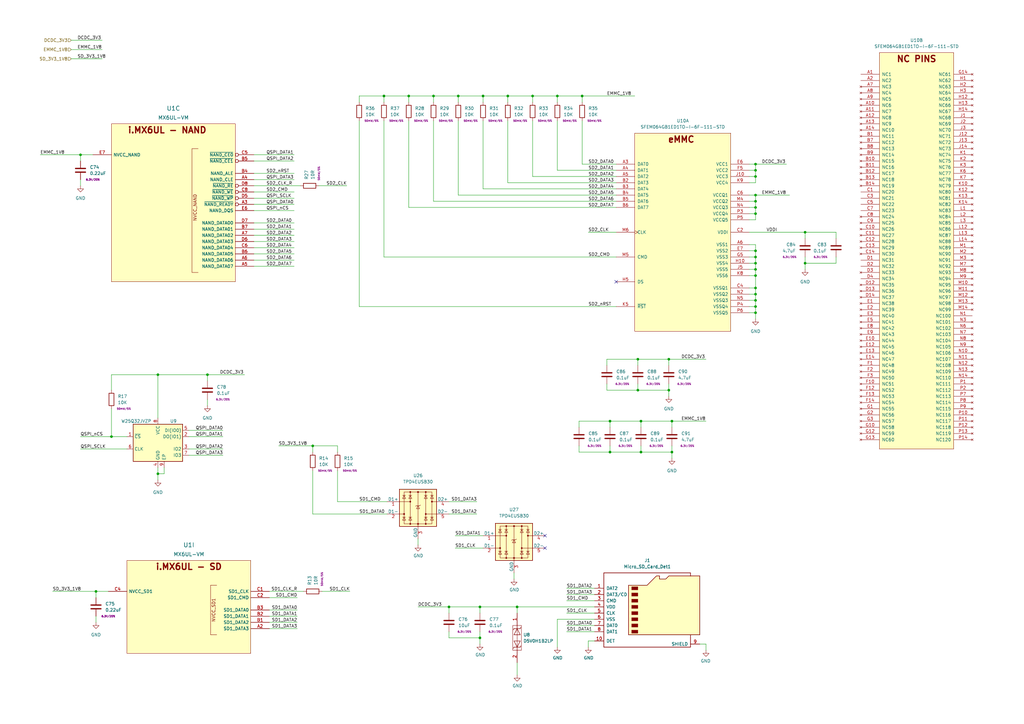
<source format=kicad_sch>
(kicad_sch (version 20211123) (generator eeschema)
  (paper "A3")
  (junction (at 167.64 39.37))
  (junction (at 128.27 182.88))
  (junction (at 45.72 179.07))
  (junction (at 309.88 107.95))
  (junction (at 309.88 69.85))
  (junction (at 184.15 248.92))
  (junction (at 196.85 261.62))
  (junction (at 33.02 63.5))
  (junction (at 309.88 113.03))
  (junction (at 228.6 39.37))
  (junction (at 274.32 160.02))
  (junction (at 250.19 185.42))
  (junction (at 309.88 110.49))
  (junction (at 309.88 125.73))
  (junction (at 309.88 118.11))
  (junction (at 64.77 153.67))
  (junction (at 309.88 105.41))
  (junction (at 39.37 242.57))
  (junction (at 218.44 39.37))
  (junction (at 309.88 87.63))
  (junction (at 198.12 39.37))
  (junction (at 261.62 147.32))
  (junction (at 208.28 39.37))
  (junction (at 275.59 172.72))
  (junction (at 187.96 39.37))
  (junction (at 330.2 95.25))
  (junction (at 309.88 120.65))
  (junction (at 274.32 147.32))
  (junction (at 309.88 82.55))
  (junction (at 177.8 39.37))
  (junction (at 157.48 39.37))
  (junction (at 309.88 85.09))
  (junction (at 196.85 248.92))
  (junction (at 262.89 172.72))
  (junction (at 261.62 160.02))
  (junction (at 309.88 128.27))
  (junction (at 262.89 185.42))
  (junction (at 85.09 153.67))
  (junction (at 238.76 39.37))
  (junction (at 309.88 72.39))
  (junction (at 64.77 194.31))
  (junction (at 309.88 123.19))
  (junction (at 309.88 102.87))
  (junction (at 330.2 107.95))
  (junction (at 275.59 185.42))
  (junction (at 250.19 172.72))
  (junction (at 309.88 67.31))
  (junction (at 309.88 80.01))
  (junction (at 212.09 248.92))
  (no_connect (at 252.73 115.57))
  (no_connect (at 223.52 219.71))
  (no_connect (at 223.52 224.79))
  (wire (pts (xy 29.21 24.13) (xy 41.91 24.13)))
  (wire (pts (xy 104.14 109.22) (xy 120.65 109.22)))
  (wire (pts (xy 104.14 63.5) (xy 120.65 63.5)))
  (wire (pts (xy 309.88 87.63) (xy 309.88 90.17)))
  (wire (pts (xy 309.88 85.09) (xy 309.88 87.63)))
  (wire (pts (xy 330.2 107.95) (xy 330.2 110.49)))
  (wire (pts (xy 274.32 147.32) (xy 289.56 147.32)))
  (wire (pts (xy 309.88 80.01) (xy 309.88 82.55)))
  (wire (pts (xy 208.28 39.37) (xy 208.28 41.91)))
  (wire (pts (xy 250.19 185.42) (xy 262.89 185.42)))
  (wire (pts (xy 307.34 80.01) (xy 309.88 80.01)))
  (wire (pts (xy 237.49 185.42) (xy 250.19 185.42)))
  (wire (pts (xy 110.49 252.73) (xy 121.92 252.73)))
  (wire (pts (xy 309.88 80.01) (xy 323.85 80.01)))
  (wire (pts (xy 232.41 251.46) (xy 243.84 251.46)))
  (wire (pts (xy 121.92 250.19) (xy 110.49 250.19)))
  (wire (pts (xy 104.14 106.68) (xy 120.65 106.68)))
  (wire (pts (xy 198.12 77.47) (xy 252.73 77.47)))
  (wire (pts (xy 287.02 264.16) (xy 289.56 264.16)))
  (wire (pts (xy 177.8 49.53) (xy 177.8 82.55)))
  (wire (pts (xy 218.44 39.37) (xy 218.44 41.91)))
  (wire (pts (xy 275.59 172.72) (xy 289.56 172.72)))
  (wire (pts (xy 309.88 74.93) (xy 309.88 72.39)))
  (wire (pts (xy 77.47 184.15) (xy 91.44 184.15)))
  (wire (pts (xy 307.34 123.19) (xy 309.88 123.19)))
  (wire (pts (xy 104.14 96.52) (xy 120.65 96.52)))
  (wire (pts (xy 248.92 157.48) (xy 248.92 160.02)))
  (wire (pts (xy 196.85 248.92) (xy 212.09 248.92)))
  (wire (pts (xy 171.45 248.92) (xy 184.15 248.92)))
  (wire (pts (xy 184.15 248.92) (xy 196.85 248.92)))
  (wire (pts (xy 275.59 172.72) (xy 262.89 172.72)))
  (wire (pts (xy 309.88 102.87) (xy 309.88 100.33)))
  (wire (pts (xy 307.34 69.85) (xy 309.88 69.85)))
  (wire (pts (xy 232.41 246.38) (xy 243.84 246.38)))
  (wire (pts (xy 238.76 39.37) (xy 228.6 39.37)))
  (wire (pts (xy 85.09 163.83) (xy 85.09 166.37)))
  (wire (pts (xy 157.48 39.37) (xy 157.48 41.91)))
  (wire (pts (xy 177.8 39.37) (xy 177.8 41.91)))
  (wire (pts (xy 138.43 193.04) (xy 138.43 205.74)))
  (wire (pts (xy 307.34 74.93) (xy 309.88 74.93)))
  (wire (pts (xy 104.14 99.06) (xy 120.65 99.06)))
  (wire (pts (xy 110.49 245.11) (xy 121.92 245.11)))
  (wire (pts (xy 261.62 147.32) (xy 248.92 147.32)))
  (wire (pts (xy 128.27 210.82) (xy 158.75 210.82)))
  (wire (pts (xy 218.44 39.37) (xy 208.28 39.37)))
  (wire (pts (xy 110.49 257.81) (xy 121.92 257.81)))
  (wire (pts (xy 157.48 39.37) (xy 167.64 39.37)))
  (wire (pts (xy 104.14 78.74) (xy 120.65 78.74)))
  (wire (pts (xy 21.59 242.57) (xy 39.37 242.57)))
  (wire (pts (xy 238.76 39.37) (xy 260.35 39.37)))
  (wire (pts (xy 262.89 172.72) (xy 262.89 175.26)))
  (wire (pts (xy 330.2 105.41) (xy 330.2 107.95)))
  (wire (pts (xy 195.58 205.74) (xy 184.15 205.74)))
  (wire (pts (xy 228.6 254) (xy 228.6 265.43)))
  (wire (pts (xy 167.64 39.37) (xy 177.8 39.37)))
  (wire (pts (xy 210.82 237.49) (xy 210.82 234.95)))
  (wire (pts (xy 248.92 147.32) (xy 248.92 149.86)))
  (wire (pts (xy 128.27 182.88) (xy 138.43 182.88)))
  (wire (pts (xy 138.43 182.88) (xy 138.43 185.42)))
  (wire (pts (xy 114.3 182.88) (xy 128.27 182.88)))
  (wire (pts (xy 67.31 191.77) (xy 67.31 194.31)))
  (wire (pts (xy 64.77 194.31) (xy 67.31 194.31)))
  (wire (pts (xy 104.14 81.28) (xy 120.65 81.28)))
  (wire (pts (xy 104.14 83.82) (xy 120.65 83.82)))
  (wire (pts (xy 85.09 156.21) (xy 85.09 153.67)))
  (wire (pts (xy 85.09 153.67) (xy 100.33 153.67)))
  (wire (pts (xy 138.43 205.74) (xy 158.75 205.74)))
  (wire (pts (xy 241.3 262.89) (xy 241.3 265.43)))
  (wire (pts (xy 307.34 87.63) (xy 309.88 87.63)))
  (wire (pts (xy 309.88 105.41) (xy 309.88 102.87)))
  (wire (pts (xy 157.48 39.37) (xy 147.32 39.37)))
  (wire (pts (xy 77.47 179.07) (xy 91.44 179.07)))
  (wire (pts (xy 33.02 73.66) (xy 33.02 76.2)))
  (wire (pts (xy 309.88 130.81) (xy 309.88 128.27)))
  (wire (pts (xy 307.34 85.09) (xy 309.88 85.09)))
  (wire (pts (xy 307.34 118.11) (xy 309.88 118.11)))
  (wire (pts (xy 208.28 74.93) (xy 252.73 74.93)))
  (wire (pts (xy 104.14 73.66) (xy 120.65 73.66)))
  (wire (pts (xy 184.15 248.92) (xy 184.15 251.46)))
  (wire (pts (xy 187.96 80.01) (xy 252.73 80.01)))
  (wire (pts (xy 77.47 176.53) (xy 91.44 176.53)))
  (wire (pts (xy 104.14 93.98) (xy 120.65 93.98)))
  (wire (pts (xy 232.41 241.3) (xy 243.84 241.3)))
  (wire (pts (xy 198.12 49.53) (xy 198.12 77.47)))
  (wire (pts (xy 143.51 242.57) (xy 132.08 242.57)))
  (wire (pts (xy 157.48 105.41) (xy 252.73 105.41)))
  (wire (pts (xy 228.6 69.85) (xy 228.6 49.53)))
  (wire (pts (xy 309.88 125.73) (xy 307.34 125.73)))
  (wire (pts (xy 342.9 95.25) (xy 330.2 95.25)))
  (wire (pts (xy 309.88 82.55) (xy 309.88 85.09)))
  (wire (pts (xy 228.6 39.37) (xy 228.6 41.91)))
  (wire (pts (xy 275.59 182.88) (xy 275.59 185.42)))
  (wire (pts (xy 196.85 259.08) (xy 196.85 261.62)))
  (wire (pts (xy 196.85 261.62) (xy 196.85 264.16)))
  (wire (pts (xy 228.6 69.85) (xy 252.73 69.85)))
  (wire (pts (xy 232.41 259.08) (xy 243.84 259.08)))
  (wire (pts (xy 212.09 271.78) (xy 212.09 276.86)))
  (wire (pts (xy 121.92 255.27) (xy 110.49 255.27)))
  (wire (pts (xy 307.34 128.27) (xy 309.88 128.27)))
  (wire (pts (xy 16.51 63.5) (xy 33.02 63.5)))
  (wire (pts (xy 167.64 49.53) (xy 167.64 85.09)))
  (wire (pts (xy 147.32 125.73) (xy 252.73 125.73)))
  (wire (pts (xy 309.88 110.49) (xy 309.88 107.95)))
  (wire (pts (xy 309.88 120.65) (xy 309.88 118.11)))
  (wire (pts (xy 104.14 66.04) (xy 120.65 66.04)))
  (wire (pts (xy 77.47 186.69) (xy 91.44 186.69)))
  (wire (pts (xy 157.48 49.53) (xy 157.48 105.41)))
  (wire (pts (xy 241.3 95.25) (xy 252.73 95.25)))
  (wire (pts (xy 167.64 85.09) (xy 252.73 85.09)))
  (wire (pts (xy 274.32 147.32) (xy 261.62 147.32)))
  (wire (pts (xy 275.59 185.42) (xy 275.59 187.96)))
  (wire (pts (xy 237.49 172.72) (xy 250.19 172.72)))
  (wire (pts (xy 309.88 67.31) (xy 322.58 67.31)))
  (wire (pts (xy 186.69 219.71) (xy 198.12 219.71)))
  (wire (pts (xy 104.14 104.14) (xy 120.65 104.14)))
  (wire (pts (xy 232.41 243.84) (xy 243.84 243.84)))
  (wire (pts (xy 238.76 39.37) (xy 238.76 41.91)))
  (wire (pts (xy 177.8 82.55) (xy 252.73 82.55)))
  (wire (pts (xy 208.28 39.37) (xy 198.12 39.37)))
  (wire (pts (xy 198.12 39.37) (xy 187.96 39.37)))
  (wire (pts (xy 33.02 179.07) (xy 45.72 179.07)))
  (wire (pts (xy 307.34 120.65) (xy 309.88 120.65)))
  (wire (pts (xy 128.27 193.04) (xy 128.27 210.82)))
  (wire (pts (xy 307.34 107.95) (xy 309.88 107.95)))
  (wire (pts (xy 309.88 128.27) (xy 309.88 125.73)))
  (wire (pts (xy 307.34 82.55) (xy 309.88 82.55)))
  (wire (pts (xy 212.09 248.92) (xy 243.84 248.92)))
  (wire (pts (xy 212.09 251.46) (xy 212.09 248.92)))
  (wire (pts (xy 187.96 80.01) (xy 187.96 49.53)))
  (wire (pts (xy 309.88 125.73) (xy 309.88 123.19)))
  (wire (pts (xy 250.19 172.72) (xy 250.19 175.26)))
  (wire (pts (xy 184.15 259.08) (xy 184.15 261.62)))
  (wire (pts (xy 184.15 261.62) (xy 196.85 261.62)))
  (wire (pts (xy 218.44 49.53) (xy 218.44 72.39)))
  (wire (pts (xy 29.21 16.51) (xy 41.91 16.51)))
  (wire (pts (xy 195.58 210.82) (xy 184.15 210.82)))
  (wire (pts (xy 171.45 223.52) (xy 171.45 220.98)))
  (wire (pts (xy 309.88 100.33) (xy 307.34 100.33)))
  (wire (pts (xy 104.14 91.44) (xy 120.65 91.44)))
  (wire (pts (xy 238.76 49.53) (xy 238.76 67.31)))
  (wire (pts (xy 250.19 182.88) (xy 250.19 185.42)))
  (wire (pts (xy 309.88 123.19) (xy 309.88 120.65)))
  (wire (pts (xy 342.9 107.95) (xy 330.2 107.95)))
  (wire (pts (xy 309.88 113.03) (xy 309.88 110.49)))
  (wire (pts (xy 309.88 69.85) (xy 309.88 67.31)))
  (wire (pts (xy 29.21 20.32) (xy 41.91 20.32)))
  (wire (pts (xy 124.46 242.57) (xy 110.49 242.57)))
  (wire (pts (xy 128.27 182.88) (xy 128.27 185.42)))
  (wire (pts (xy 274.32 160.02) (xy 274.32 162.56)))
  (wire (pts (xy 85.09 153.67) (xy 64.77 153.67)))
  (wire (pts (xy 64.77 153.67) (xy 64.77 171.45)))
  (wire (pts (xy 45.72 167.64) (xy 45.72 179.07)))
  (wire (pts (xy 45.72 179.07) (xy 52.07 179.07)))
  (wire (pts (xy 228.6 254) (xy 243.84 254)))
  (wire (pts (xy 33.02 184.15) (xy 52.07 184.15)))
  (wire (pts (xy 147.32 39.37) (xy 147.32 41.91)))
  (wire (pts (xy 39.37 252.73) (xy 39.37 255.27)))
  (wire (pts (xy 261.62 160.02) (xy 274.32 160.02)))
  (wire (pts (xy 307.34 72.39) (xy 309.88 72.39)))
  (wire (pts (xy 187.96 39.37) (xy 187.96 41.91)))
  (wire (pts (xy 187.96 39.37) (xy 177.8 39.37)))
  (wire (pts (xy 142.24 76.2) (xy 130.81 76.2)))
  (wire (pts (xy 307.34 67.31) (xy 309.88 67.31)))
  (wire (pts (xy 104.14 101.6) (xy 120.65 101.6)))
  (wire (pts (xy 104.14 86.36) (xy 120.65 86.36)))
  (wire (pts (xy 309.88 107.95) (xy 309.88 105.41)))
  (wire (pts (xy 167.64 39.37) (xy 167.64 41.91)))
  (wire (pts (xy 237.49 182.88) (xy 237.49 185.42)))
  (wire (pts (xy 330.2 95.25) (xy 307.34 95.25)))
  (wire (pts (xy 218.44 72.39) (xy 252.73 72.39)))
  (wire (pts (xy 262.89 172.72) (xy 250.19 172.72)))
  (wire (pts (xy 307.34 110.49) (xy 309.88 110.49)))
  (wire (pts (xy 262.89 185.42) (xy 275.59 185.42)))
  (wire (pts (xy 39.37 245.11) (xy 39.37 242.57)))
  (wire (pts (xy 196.85 248.92) (xy 196.85 251.46)))
  (wire (pts (xy 104.14 71.12) (xy 120.65 71.12)))
  (wire (pts (xy 186.69 224.79) (xy 198.12 224.79)))
  (wire (pts (xy 342.9 105.41) (xy 342.9 107.95)))
  (wire (pts (xy 274.32 147.32) (xy 274.32 149.86)))
  (wire (pts (xy 238.76 67.31) (xy 252.73 67.31)))
  (wire (pts (xy 262.89 182.88) (xy 262.89 185.42)))
  (wire (pts (xy 274.32 157.48) (xy 274.32 160.02)))
  (wire (pts (xy 104.14 76.2) (xy 123.19 76.2)))
  (wire (pts (xy 307.34 113.03) (xy 309.88 113.03)))
  (wire (pts (xy 39.37 242.57) (xy 44.45 242.57)))
  (wire (pts (xy 330.2 97.79) (xy 330.2 95.25)))
  (wire (pts (xy 261.62 157.48) (xy 261.62 160.02)))
  (wire (pts (xy 45.72 153.67) (xy 64.77 153.67)))
  (wire (pts (xy 45.72 160.02) (xy 45.72 153.67)))
  (wire (pts (xy 232.41 256.54) (xy 243.84 256.54)))
  (wire (pts (xy 198.12 39.37) (xy 198.12 41.91)))
  (wire (pts (xy 228.6 39.37) (xy 218.44 39.37)))
  (wire (pts (xy 289.56 264.16) (xy 289.56 266.7)))
  (wire (pts (xy 309.88 118.11) (xy 309.88 113.03)))
  (wire (pts (xy 342.9 97.79) (xy 342.9 95.25)))
  (wire (pts (xy 147.32 49.53) (xy 147.32 125.73)))
  (wire (pts (xy 307.34 90.17) (xy 309.88 90.17)))
  (wire (pts (xy 275.59 172.72) (xy 275.59 175.26)))
  (wire (pts (xy 307.34 102.87) (xy 309.88 102.87)))
  (wire (pts (xy 261.62 147.32) (xy 261.62 149.86)))
  (wire (pts (xy 309.88 72.39) (xy 309.88 69.85)))
  (wire (pts (xy 248.92 160.02) (xy 261.62 160.02)))
  (wire (pts (xy 237.49 175.26) (xy 237.49 172.72)))
  (wire (pts (xy 307.34 105.41) (xy 309.88 105.41)))
  (wire (pts (xy 33.02 66.04) (xy 33.02 63.5)))
  (wire (pts (xy 33.02 63.5) (xy 38.1 63.5)))
  (wire (pts (xy 243.84 262.89) (xy 241.3 262.89)))
  (wire (pts (xy 208.28 49.53) (xy 208.28 74.93)))
  (wire (pts (xy 64.77 191.77) (xy 64.77 194.31)))
  (wire (pts (xy 64.77 194.31) (xy 64.77 196.85)))
  (label "QSPI_SCLK" (at 33.02 184.15 0))
  (label "SD1_DATA0" (at 121.92 250.19 180))
  (label "SD1_CLK" (at 232.41 251.46 0))
  (label "QSPI_DATA3" (at 109.22 73.66 0))
  (label "SD2_DATA7" (at 109.22 109.22 0))
  (label "DCDC_3V3" (at 279.4 147.32 0))
  (label "SD1_DATA3" (at 232.41 243.84 0))
  (label "EMMC_1V8" (at 312.42 80.01 0))
  (label "SD2_DATA5" (at 241.3 80.01 0))
  (label "EMMC_1V8" (at 16.51 63.5 0))
  (label "SD2_nRST" (at 241.3 125.73 0))
  (label "SD1_CLK_R" (at 121.92 242.57 180))
  (label "SD2_CLK" (at 241.3 95.25 0))
  (label "SD1_CMD" (at 121.92 245.11 180))
  (label "SD1_DATA2" (at 195.58 210.82 180))
  (label "SD2_DATA0" (at 241.3 67.31 0))
  (label "DCDC_3V3" (at 90.17 153.67 0))
  (label "SD1_CMD" (at 147.32 205.74 0))
  (label "QSPI_DATA2" (at 91.44 184.15 180))
  (label "SD2_DATA6" (at 109.22 106.68 0))
  (label "QSPI_DATA3" (at 91.44 186.69 180))
  (label "SD2_DATA3" (at 241.3 74.93 0))
  (label "SD2_DATA3" (at 109.22 99.06 0))
  (label "SD2_CMD" (at 109.22 78.74 0))
  (label "QSPI_DATA1" (at 109.22 63.5 0))
  (label "SD1_DATA3" (at 121.92 257.81 180))
  (label "SD1_DATA0" (at 232.41 256.54 0))
  (label "SD1_CLK" (at 143.51 242.57 180))
  (label "DCDC_3V3" (at 312.42 67.31 0))
  (label "SD1_DATA1" (at 232.41 259.08 0))
  (label "SD2_DATA7" (at 241.3 85.09 0))
  (label "SD2_CLK" (at 142.24 76.2 180))
  (label "SD2_DATA4" (at 109.22 101.6 0))
  (label "SD1_DATA1" (at 186.69 219.71 0))
  (label "QSPI_DATA1" (at 91.44 179.07 180))
  (label "QSPI_SCLK" (at 109.22 81.28 0))
  (label "VDDI" (at 318.77 95.25 180))
  (label "SD1_DATA3" (at 195.58 205.74 180))
  (label "SD2_nRST" (at 109.22 71.12 0))
  (label "SD1_DATA1" (at 121.92 252.73 180))
  (label "SD2_DATA2" (at 241.3 72.39 0))
  (label "SD1_DATA2" (at 232.41 241.3 0))
  (label "QSPI_DATA0" (at 91.44 176.53 180))
  (label "SD2_CMD" (at 241.3 105.41 0))
  (label "SD_3V3_1V8" (at 31.75 24.13 0))
  (label "SD2_DATA0" (at 109.22 91.44 0))
  (label "EMMC_1V8" (at 279.4 172.72 0))
  (label "EMMC_1V8" (at 31.75 20.32 0))
  (label "EMMC_1V8" (at 248.92 39.37 0))
  (label "SD_3V3_1V8" (at 21.59 242.57 0))
  (label "SD1_CLK" (at 186.69 224.79 0))
  (label "DCDC_3V3" (at 31.75 16.51 0))
  (label "SD2_DATA1" (at 109.22 93.98 0))
  (label "SD2_DATA2" (at 109.22 96.52 0))
  (label "QSPI_DATA2" (at 109.22 66.04 0))
  (label "SD1_DATA0" (at 147.32 210.82 0))
  (label "QSPI_nCS" (at 109.22 86.36 0))
  (label "SD2_DATA5" (at 109.22 104.14 0))
  (label "SD2_DATA4" (at 241.3 77.47 0))
  (label "SD2_CLK_R" (at 109.22 76.2 0))
  (label "SD2_DATA1" (at 241.3 69.85 0))
  (label "SD_3V3_1V8" (at 114.3 182.88 0))
  (label "SD1_CMD" (at 232.41 246.38 0))
  (label "DCDC_3V3" (at 171.45 248.92 0))
  (label "QSPI_DATA0" (at 109.22 83.82 0))
  (label "SD2_DATA6" (at 241.3 82.55 0))
  (label "QSPI_nCS" (at 33.02 179.07 0))
  (label "SD1_DATA2" (at 121.92 255.27 180))
  (hierarchical_label "EMMC_1V8" (shape input) (at 29.21 20.32 180))
  (hierarchical_label "DCDC_3V3" (shape input) (at 29.21 16.51 180))
  (hierarchical_label "SD_3V3_1V8" (shape input) (at 29.21 24.13 180))
  (symbol (lib_id "power:GND") (at 289.56 266.7 0) (mirror y) (unit 1)
    (property "Reference" "#PWR0152" (effects hide))
    (property "Value" "GND" (at 289.433 271.0942 0))
  )
  (symbol (lib_id "Device:C") (at 196.85 255.27 0) (unit 1)
    (property "Reference" "C77" (at 200.66 253.9999 0) (effects (justify left)))
    (property "Value" "0.1uF" (at 200.66 256.5399 0) (effects (justify left)))
    (property "Footprint" "Capacitor_SMD:C_0402_1005Metric" (effects hide))
    (property "Rating" "6.3V/20%" (at 203.2 259.08 0) (effects (font (size 0.762 0.762))))
  )
  (symbol (lib_id "power:GND") (at 212.09 276.86 0) (unit 1)
    (property "Reference" "#PWR0156" (effects hide))
    (property "Value" "GND" (at 212.217 281.2542 0))
  )
  (symbol (lib_id "Device:C") (at 261.62 153.67 0) (unit 1)
    (property "Reference" "C88" (at 265.43 152.3999 0) (effects (justify left)))
    (property "Value" "0.1uF" (at 265.43 154.9399 0) (effects (justify left)))
    (property "Footprint" "Capacitor_SMD:C_0402_1005Metric" (effects hide))
    (property "Rating" "6.3V/20%" (at 267.97 157.48 0) (effects (font (size 0.762 0.762))))
  )
  (symbol (lib_id "power:GND") (at 309.88 130.81 0) (unit 1)
    (property "Reference" "#PWR0168" (effects hide))
    (property "Value" "GND" (at 309.88 135.89 0))
  )
  (symbol (lib_id "power:GND") (at 241.3 265.43 0) (unit 1)
    (property "Reference" "#PWR0153" (effects hide))
    (property "Value" "GND" (at 241.427 269.8242 0))
  )
  (symbol (lib_id "Device:R") (at 128.27 189.23 0) (unit 1)
    (property "Reference" "R14" (at 130.81 187.9599 0) (effects (justify left)))
    (property "Value" "10K" (at 130.81 190.4999 0) (effects (justify left)))
    (property "Footprint" "Resistor_SMD:R_0402_1005Metric" (effects hide))
    (property "Rating" "50mW/5%" (at 133.35 193.04 0) (effects (font (size 0.762 0.762))))
  )
  (symbol (lib_id "Device:C") (at 39.37 248.92 0) (unit 1)
    (property "Reference" "C75" (at 43.18 247.6499 0) (effects (justify left)))
    (property "Value" "0.22uF" (at 43.18 250.1899 0) (effects (justify left)))
    (property "Footprint" "Capacitor_SMD:C_0402_1005Metric" (effects hide))
    (property "Rating" "6.3V/20%" (at 44.45 252.73 0) (effects (font (size 0.762 0.762))))
  )
  (symbol (lib_id "imx6ull-sbc:D5V0H1B2LP") (at 213.36 261.62 270) (unit 1)
    (property "Reference" "U8" (at 214.63 260.3499 90) (effects (justify left)))
    (property "Value" "D5V0H1B2LP" (at 214.63 262.8899 90) (effects (justify left)))
    (property "Footprint" "imx6ull-sbc:DFN100X60X45-2N" (effects hide))
  )
  (symbol (lib_id "imx6ull-sbc:MX6UL-VM") (at 71.12 50.8 0) (unit 3)
    (property "Reference" "U1" (at 71.12 44.45 0) (effects (font (size 1.778 1.778))))
    (property "Value" "MX6UL-VM" (at 71.12 48.26 0) (effects (font (size 1.524 1.524))))
    (property "Footprint" "imx6ull-sbc:SOT1534-2" (effects hide))
  )
  (symbol (lib_id "Device:R") (at 157.48 45.72 0) (unit 1)
    (property "Reference" "R37" (at 160.02 44.4499 0) (effects (justify left)))
    (property "Value" "10K" (at 160.02 46.9899 0) (effects (justify left)))
    (property "Footprint" "Resistor_SMD:R_0402_1005Metric" (effects hide))
    (property "Rating" "50mW/5%" (at 162.56 49.53 0) (effects (font (size 0.762 0.762))))
  )
  (symbol (lib_id "Device:R") (at 238.76 45.72 0) (unit 1)
    (property "Reference" "R35" (at 241.3 44.4499 0) (effects (justify left)))
    (property "Value" "10K" (at 241.3 46.9899 0) (effects (justify left)))
    (property "Footprint" "Resistor_SMD:R_0402_1005Metric" (effects hide))
    (property "Rating" "50mW/5%" (at 243.84 49.53 0) (effects (font (size 0.762 0.762))))
  )
  (symbol (lib_id "Device:C") (at 33.02 69.85 0) (unit 1)
    (property "Reference" "C74" (at 36.83 68.5799 0) (effects (justify left)))
    (property "Value" "0.22uF" (at 36.83 71.1199 0) (effects (justify left)))
    (property "Footprint" "Capacitor_SMD:C_0402_1005Metric" (effects hide))
    (property "Rating" "6.3V/20%" (at 38.1 73.66 0) (effects (font (size 0.762 0.762))))
  )
  (symbol (lib_id "power:GND") (at 64.77 196.85 0) (unit 1)
    (property "Reference" "#PWR0150" (effects hide))
    (property "Value" "GND" (at 64.77 201.93 0))
  )
  (symbol (lib_id "Device:C") (at 342.9 101.6 0) (mirror y) (unit 1)
    (property "Reference" "C83" (at 339.09 100.3299 0) (effects (justify left)))
    (property "Value" "0.1uF" (at 339.09 102.8699 0) (effects (justify left)))
    (property "Footprint" "Capacitor_SMD:C_0402_1005Metric" (effects hide))
    (property "Rating" "6.3V/20%" (at 336.55 105.41 0) (effects (font (size 0.762 0.762))))
  )
  (symbol (lib_id "Device:R") (at 208.28 45.72 0) (unit 1)
    (property "Reference" "R32" (at 210.82 44.4499 0) (effects (justify left)))
    (property "Value" "10K" (at 210.82 46.9899 0) (effects (justify left)))
    (property "Footprint" "Resistor_SMD:R_0402_1005Metric" (effects hide))
    (property "Rating" "50mW/5%" (at 213.36 49.53 0) (effects (font (size 0.762 0.762))))
  )
  (symbol (lib_id "Device:R") (at 167.64 45.72 0) (unit 1)
    (property "Reference" "R28" (at 170.18 44.4499 0) (effects (justify left)))
    (property "Value" "10K" (at 170.18 46.9899 0) (effects (justify left)))
    (property "Footprint" "Resistor_SMD:R_0402_1005Metric" (effects hide))
    (property "Rating" "50mW/5%" (at 172.72 49.53 0) (effects (font (size 0.762 0.762))))
  )
  (symbol (lib_id "Device:R") (at 177.8 45.72 0) (unit 1)
    (property "Reference" "R29" (at 180.34 44.4499 0) (effects (justify left)))
    (property "Value" "10K" (at 180.34 46.9899 0) (effects (justify left)))
    (property "Footprint" "Resistor_SMD:R_0402_1005Metric" (effects hide))
    (property "Rating" "50mW/5%" (at 182.88 49.53 0) (effects (font (size 0.762 0.762))))
  )
  (symbol (lib_name "SFEM064GB1ED1TO-I-6F-111-STD_1") (lib_id "imx6ull-sbc:SFEM064GB1ED1TO-I-6F-111-STD") (at 279.4 54.61 0) (unit 1)
    (property "Reference" "U10" (at 280.035 49.53 0))
    (property "Value" "SFEM064GB1ED1TO-I-6F-111-STD" (at 280.035 52.07 0))
    (property "Footprint" "imx6ull-sbc:FBGA-153" (effects hide))
  )
  (symbol (lib_id "Device:C") (at 262.89 179.07 0) (unit 1)
    (property "Reference" "C89" (at 266.7 177.7999 0) (effects (justify left)))
    (property "Value" "0.1uF" (at 266.7 180.3399 0) (effects (justify left)))
    (property "Footprint" "Capacitor_SMD:C_0402_1005Metric" (effects hide))
    (property "Rating" "6.3V/20%" (at 269.24 182.88 0) (effects (font (size 0.762 0.762))))
  )
  (symbol (lib_id "Device:C") (at 248.92 153.67 0) (unit 1)
    (property "Reference" "C86" (at 252.73 152.3999 0) (effects (justify left)))
    (property "Value" "0.1uF" (at 252.73 154.9399 0) (effects (justify left)))
    (property "Footprint" "Capacitor_SMD:C_0402_1005Metric" (effects hide))
    (property "Rating" "6.3V/20%" (at 255.27 157.48 0) (effects (font (size 0.762 0.762))))
  )
  (symbol (lib_id "power:GND") (at 330.2 110.49 0) (mirror y) (unit 1)
    (property "Reference" "#PWR0171" (effects hide))
    (property "Value" "GND" (at 330.2 115.57 0))
  )
  (symbol (lib_id "Device:C") (at 274.32 153.67 0) (unit 1)
    (property "Reference" "C90" (at 278.13 152.3999 0) (effects (justify left)))
    (property "Value" "4.7uF" (at 278.13 154.9399 0) (effects (justify left)))
    (property "Footprint" "Capacitor_SMD:C_0402_1005Metric" (effects hide))
    (property "Rating" "6.3V/20%" (at 280.67 157.48 0) (effects (font (size 0.762 0.762))))
  )
  (symbol (lib_id "Device:R") (at 138.43 189.23 0) (unit 1)
    (property "Reference" "R15" (at 140.97 187.9599 0) (effects (justify left)))
    (property "Value" "10K" (at 140.97 190.4999 0) (effects (justify left)))
    (property "Footprint" "Resistor_SMD:R_0402_1005Metric" (effects hide))
    (property "Rating" "50mW/5%" (at 143.51 193.04 0) (effects (font (size 0.762 0.762))))
  )
  (symbol (lib_id "power:GND") (at 210.82 237.49 0) (unit 1)
    (property "Reference" "#PWR0154" (effects hide))
    (property "Value" "GND" (at 210.947 241.8842 0))
  )
  (symbol (lib_id "power:GND") (at 228.6 265.43 0) (unit 1)
    (property "Reference" "#PWR0157" (effects hide))
    (property "Value" "GND" (at 228.727 269.8242 0))
  )
  (symbol (lib_name "SFEM064GB1ED1TO-I-6F-111-STD_1") (lib_id "imx6ull-sbc:SFEM064GB1ED1TO-I-6F-111-STD") (at 375.92 21.59 0) (unit 2)
    (property "Reference" "U10" (at 375.92 16.51 0))
    (property "Value" "SFEM064GB1ED1TO-I-6F-111-STD" (at 375.92 19.05 0))
    (property "Footprint" "imx6ull-sbc:FBGA-153" (effects hide))
  )
  (symbol (lib_id "power:GND") (at 275.59 187.96 0) (unit 1)
    (property "Reference" "#PWR0169" (effects hide))
    (property "Value" "GND" (at 275.59 193.04 0))
  )
  (symbol (lib_id "Device:C") (at 250.19 179.07 0) (unit 1)
    (property "Reference" "C87" (at 254 177.7999 0) (effects (justify left)))
    (property "Value" "0.1uF" (at 254 180.3399 0) (effects (justify left)))
    (property "Footprint" "Capacitor_SMD:C_0402_1005Metric" (effects hide))
    (property "Rating" "6.3V/20%" (at 256.54 182.88 0) (effects (font (size 0.762 0.762))))
  )
  (symbol (lib_id "Device:C") (at 85.09 160.02 0) (unit 1)
    (property "Reference" "C78" (at 88.9 158.7499 0) (effects (justify left)))
    (property "Value" "0.1uF" (at 88.9 161.2899 0) (effects (justify left)))
    (property "Footprint" "Capacitor_SMD:C_0402_1005Metric" (effects hide))
    (property "Rating" "6.3V/20%" (at 91.44 163.83 0) (effects (font (size 0.762 0.762))))
  )
  (symbol (lib_id "imx6ull-sbc:TPD4EUSB30") (at 171.45 208.28 0) (unit 1)
    (property "Reference" "U26" (at 171.45 195.0514 0))
    (property "Value" "TPD4EUSB30" (at 171.45 197.5914 0))
    (property "Footprint" "Package_SON:USON-10_2.5x1.0mm_P0.5mm" (effects hide))
    (property "Datasheet" "http://www.ti.com/lit/ds/symlink/tpd2eusb30a.pdf" (effects hide))
  )
  (symbol (lib_id "Device:R") (at 127 76.2 90) (unit 1)
    (property "Reference" "R27" (at 125.7299 73.66 0) (effects (justify left)))
    (property "Value" "10R" (at 128.2699 73.66 0) (effects (justify left)))
    (property "Footprint" "Resistor_SMD:R_0402_1005Metric" (effects hide))
    (property "Rating" "50mW/5%" (at 130.81 71.12 0) (effects (font (size 0.762 0.762))))
  )
  (symbol (lib_id "Device:C") (at 184.15 255.27 0) (unit 1)
    (property "Reference" "C76" (at 187.96 253.9999 0) (effects (justify left)))
    (property "Value" "10uF" (at 187.96 256.5399 0) (effects (justify left)))
    (property "Footprint" "Capacitor_SMD:C_0402_1005Metric" (effects hide))
    (property "Rating" "6.3V/20%" (at 190.5 259.08 0) (effects (font (size 0.762 0.762))))
  )
  (symbol (lib_id "Device:R") (at 198.12 45.72 0) (unit 1)
    (property "Reference" "R31" (at 200.66 44.4499 0) (effects (justify left)))
    (property "Value" "10K" (at 200.66 46.9899 0) (effects (justify left)))
    (property "Footprint" "Resistor_SMD:R_0402_1005Metric" (effects hide))
    (property "Rating" "50mW/5%" (at 203.2 49.53 0) (effects (font (size 0.762 0.762))))
  )
  (symbol (lib_id "Device:C") (at 237.49 179.07 0) (unit 1)
    (property "Reference" "C85" (at 241.3 177.7999 0) (effects (justify left)))
    (property "Value" "0.1uF" (at 241.3 180.3399 0) (effects (justify left)))
    (property "Footprint" "Capacitor_SMD:C_0402_1005Metric" (effects hide))
    (property "Rating" "6.3V/20%" (at 243.84 182.88 0) (effects (font (size 0.762 0.762))))
  )
  (symbol (lib_id "Memory_Flash:W25Q32JVZP") (at 64.77 181.61 0) (unit 1)
    (property "Reference" "U9" (at 71.12 172.72 0))
    (property "Value" "W25Q32JVZP" (at 55.88 172.72 0))
    (property "Footprint" "Package_SON:WSON-8-1EP_6x5mm_P1.27mm_EP3.4x4.3mm" (effects hide))
    (property "Datasheet" "http://www.winbond.com/resource-files/w25q32jv%20revg%2003272018%20plus.pdf" (effects hide))
  )
  (symbol (lib_id "imx6ull-sbc:Micro_SD_Card_Det1") (at 266.7 248.92 0) (unit 1)
    (property "Reference" "J1" (at 265.4934 229.87 0))
    (property "Value" "Micro_SD_Card_Det1" (at 265.4934 232.41 0))
    (property "Footprint" "imx6ull-sbc:GCT_MEM2051-00-195-00-A_REVC" (effects hide))
    (property "DigiKey_PN" "2073-MEM2051-00-195-00-ACT-ND" (effects hide))
  )
  (symbol (lib_id "Device:R") (at 128.27 242.57 90) (unit 1)
    (property "Reference" "R13" (at 126.9999 240.03 0) (effects (justify left)))
    (property "Value" "10R" (at 129.5399 240.03 0) (effects (justify left)))
    (property "Footprint" "Resistor_SMD:R_0402_1005Metric" (effects hide))
    (property "Rating" "50mW/5%" (at 132.08 237.49 0) (effects (font (size 0.762 0.762))))
  )
  (symbol (lib_id "Device:R") (at 147.32 45.72 0) (unit 1)
    (property "Reference" "R36" (at 149.86 44.4499 0) (effects (justify left)))
    (property "Value" "10K" (at 149.86 46.9899 0) (effects (justify left)))
    (property "Footprint" "Resistor_SMD:R_0402_1005Metric" (effects hide))
    (property "Rating" "50mW/5%" (at 152.4 49.53 0) (effects (font (size 0.762 0.762))))
  )
  (symbol (lib_id "imx6ull-sbc:MX6UL-VM") (at 77.47 229.87 0) (unit 9)
    (property "Reference" "U1" (at 77.47 223.52 0) (effects (font (size 1.778 1.778))))
    (property "Value" "MX6UL-VM" (at 77.47 227.33 0) (effects (font (size 1.524 1.524))))
    (property "Footprint" "imx6ull-sbc:SOT1534-2" (effects hide))
  )
  (symbol (lib_id "Device:C") (at 330.2 101.6 0) (mirror y) (unit 1)
    (property "Reference" "C84" (at 326.39 100.3299 0) (effects (justify left)))
    (property "Value" "4.7uF" (at 326.39 102.8699 0) (effects (justify left)))
    (property "Footprint" "Capacitor_SMD:C_0402_1005Metric" (effects hide))
    (property "Rating" "6.3V/20%" (at 323.85 105.41 0) (effects (font (size 0.762 0.762))))
  )
  (symbol (lib_id "power:GND") (at 39.37 255.27 0) (unit 1)
    (property "Reference" "#PWR0149" (effects hide))
    (property "Value" "GND" (at 39.37 260.35 0))
  )
  (symbol (lib_id "Device:R") (at 228.6 45.72 0) (unit 1)
    (property "Reference" "R34" (at 231.14 44.4499 0) (effects (justify left)))
    (property "Value" "10K" (at 231.14 46.9899 0) (effects (justify left)))
    (property "Footprint" "Resistor_SMD:R_0402_1005Metric" (effects hide))
    (property "Rating" "50mW/5%" (at 233.68 49.53 0) (effects (font (size 0.762 0.762))))
  )
  (symbol (lib_id "power:GND") (at 85.09 166.37 0) (unit 1)
    (property "Reference" "#PWR0151" (effects hide))
    (property "Value" "GND" (at 85.09 171.45 0))
  )
  (symbol (lib_id "Device:C") (at 275.59 179.07 0) (unit 1)
    (property "Reference" "C91" (at 279.4 177.7999 0) (effects (justify left)))
    (property "Value" "4.7uF" (at 279.4 180.3399 0) (effects (justify left)))
    (property "Footprint" "Capacitor_SMD:C_0402_1005Metric" (effects hide))
    (property "Rating" "6.3V/20%" (at 281.94 182.88 0) (effects (font (size 0.762 0.762))))
  )
  (symbol (lib_id "power:GND") (at 33.02 76.2 0) (unit 1)
    (property "Reference" "#PWR0148" (effects hide))
    (property "Value" "GND" (at 33.02 81.28 0))
  )
  (symbol (lib_id "Device:R") (at 45.72 163.83 0) (unit 1)
    (property "Reference" "R17" (at 48.26 162.5599 0) (effects (justify left)))
    (property "Value" "10K" (at 48.26 165.0999 0) (effects (justify left)))
    (property "Footprint" "Resistor_SMD:R_0402_1005Metric" (effects hide))
    (property "Rating" "50mW/5%" (at 50.8 167.64 0) (effects (font (size 0.762 0.762))))
  )
  (symbol (lib_id "imx6ull-sbc:TPD4EUSB30") (at 210.82 222.25 0) (unit 1)
    (property "Reference" "U27" (at 210.82 209.0214 0))
    (property "Value" "TPD4EUSB30" (at 210.82 211.5614 0))
    (property "Footprint" "Package_SON:USON-10_2.5x1.0mm_P0.5mm" (effects hide))
    (property "Datasheet" "http://www.ti.com/lit/ds/symlink/tpd2eusb30a.pdf" (effects hide))
  )
  (symbol (lib_id "power:GND") (at 274.32 162.56 0) (unit 1)
    (property "Reference" "#PWR0170" (effects hide))
    (property "Value" "GND" (at 274.32 167.64 0))
  )
  (symbol (lib_id "Device:R") (at 218.44 45.72 0) (unit 1)
    (property "Reference" "R33" (at 220.98 44.4499 0) (effects (justify left)))
    (property "Value" "10K" (at 220.98 46.9899 0) (effects (justify left)))
    (property "Footprint" "Resistor_SMD:R_0402_1005Metric" (effects hide))
    (property "Rating" "50mW/5%" (at 223.52 49.53 0) (effects (font (size 0.762 0.762))))
  )
  (symbol (lib_id "power:GND") (at 196.85 264.16 0) (unit 1)
    (property "Reference" "#PWR0155" (effects hide))
    (property "Value" "GND" (at 196.977 268.5542 0))
  )
  (symbol (lib_id "Device:R") (at 187.96 45.72 0) (unit 1)
    (property "Reference" "R30" (at 190.5 44.4499 0) (effects (justify left)))
    (property "Value" "10K" (at 190.5 46.9899 0) (effects (justify left)))
    (property "Footprint" "Resistor_SMD:R_0402_1005Metric" (effects hide))
    (property "Rating" "50mW/5%" (at 193.04 49.53 0) (effects (font (size 0.762 0.762))))
  )
  (symbol (lib_id "power:GND") (at 171.45 223.52 0) (unit 1)
    (property "Reference" "#PWR0197" (effects hide))
    (property "Value" "GND" (at 171.577 227.9142 0))
  )
)
</source>
